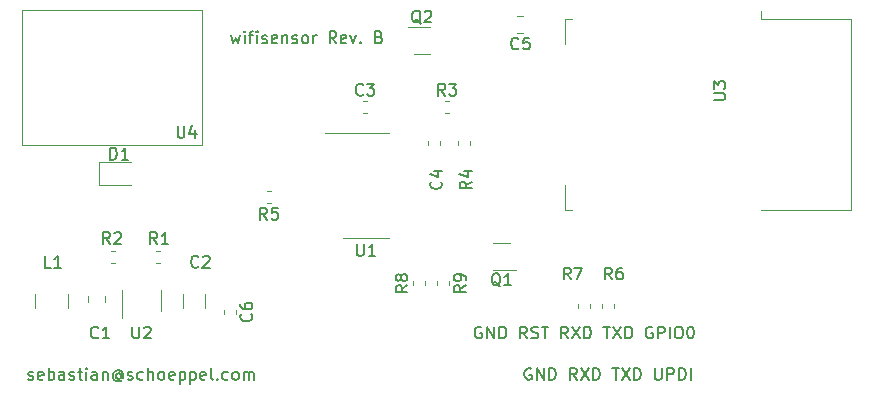
<source format=gto>
G04 #@! TF.GenerationSoftware,KiCad,Pcbnew,5.1.2*
G04 #@! TF.CreationDate,2019-08-07T15:52:47+02:00*
G04 #@! TF.ProjectId,wifisensor-dual-cpu,77696669-7365-46e7-936f-722d6475616c,rev?*
G04 #@! TF.SameCoordinates,Original*
G04 #@! TF.FileFunction,Legend,Top*
G04 #@! TF.FilePolarity,Positive*
%FSLAX46Y46*%
G04 Gerber Fmt 4.6, Leading zero omitted, Abs format (unit mm)*
G04 Created by KiCad (PCBNEW 5.1.2) date 2019-08-07 15:52:47*
%MOMM*%
%LPD*%
G04 APERTURE LIST*
%ADD10C,0.150000*%
%ADD11C,0.120000*%
G04 APERTURE END LIST*
D10*
X108785714Y-58000000D02*
X108690476Y-57952380D01*
X108547619Y-57952380D01*
X108404761Y-58000000D01*
X108309523Y-58095238D01*
X108261904Y-58190476D01*
X108214285Y-58380952D01*
X108214285Y-58523809D01*
X108261904Y-58714285D01*
X108309523Y-58809523D01*
X108404761Y-58904761D01*
X108547619Y-58952380D01*
X108642857Y-58952380D01*
X108785714Y-58904761D01*
X108833333Y-58857142D01*
X108833333Y-58523809D01*
X108642857Y-58523809D01*
X109261904Y-58952380D02*
X109261904Y-57952380D01*
X109833333Y-58952380D01*
X109833333Y-57952380D01*
X110309523Y-58952380D02*
X110309523Y-57952380D01*
X110547619Y-57952380D01*
X110690476Y-58000000D01*
X110785714Y-58095238D01*
X110833333Y-58190476D01*
X110880952Y-58380952D01*
X110880952Y-58523809D01*
X110833333Y-58714285D01*
X110785714Y-58809523D01*
X110690476Y-58904761D01*
X110547619Y-58952380D01*
X110309523Y-58952380D01*
X112642857Y-58952380D02*
X112309523Y-58476190D01*
X112071428Y-58952380D02*
X112071428Y-57952380D01*
X112452380Y-57952380D01*
X112547619Y-58000000D01*
X112595238Y-58047619D01*
X112642857Y-58142857D01*
X112642857Y-58285714D01*
X112595238Y-58380952D01*
X112547619Y-58428571D01*
X112452380Y-58476190D01*
X112071428Y-58476190D01*
X113023809Y-58904761D02*
X113166666Y-58952380D01*
X113404761Y-58952380D01*
X113500000Y-58904761D01*
X113547619Y-58857142D01*
X113595238Y-58761904D01*
X113595238Y-58666666D01*
X113547619Y-58571428D01*
X113500000Y-58523809D01*
X113404761Y-58476190D01*
X113214285Y-58428571D01*
X113119047Y-58380952D01*
X113071428Y-58333333D01*
X113023809Y-58238095D01*
X113023809Y-58142857D01*
X113071428Y-58047619D01*
X113119047Y-58000000D01*
X113214285Y-57952380D01*
X113452380Y-57952380D01*
X113595238Y-58000000D01*
X113880952Y-57952380D02*
X114452380Y-57952380D01*
X114166666Y-58952380D02*
X114166666Y-57952380D01*
X116119047Y-58952380D02*
X115785714Y-58476190D01*
X115547619Y-58952380D02*
X115547619Y-57952380D01*
X115928571Y-57952380D01*
X116023809Y-58000000D01*
X116071428Y-58047619D01*
X116119047Y-58142857D01*
X116119047Y-58285714D01*
X116071428Y-58380952D01*
X116023809Y-58428571D01*
X115928571Y-58476190D01*
X115547619Y-58476190D01*
X116452380Y-57952380D02*
X117119047Y-58952380D01*
X117119047Y-57952380D02*
X116452380Y-58952380D01*
X117500000Y-58952380D02*
X117500000Y-57952380D01*
X117738095Y-57952380D01*
X117880952Y-58000000D01*
X117976190Y-58095238D01*
X118023809Y-58190476D01*
X118071428Y-58380952D01*
X118071428Y-58523809D01*
X118023809Y-58714285D01*
X117976190Y-58809523D01*
X117880952Y-58904761D01*
X117738095Y-58952380D01*
X117500000Y-58952380D01*
X119119047Y-57952380D02*
X119690476Y-57952380D01*
X119404761Y-58952380D02*
X119404761Y-57952380D01*
X119928571Y-57952380D02*
X120595238Y-58952380D01*
X120595238Y-57952380D02*
X119928571Y-58952380D01*
X120976190Y-58952380D02*
X120976190Y-57952380D01*
X121214285Y-57952380D01*
X121357142Y-58000000D01*
X121452380Y-58095238D01*
X121500000Y-58190476D01*
X121547619Y-58380952D01*
X121547619Y-58523809D01*
X121500000Y-58714285D01*
X121452380Y-58809523D01*
X121357142Y-58904761D01*
X121214285Y-58952380D01*
X120976190Y-58952380D01*
X123261904Y-58000000D02*
X123166666Y-57952380D01*
X123023809Y-57952380D01*
X122880952Y-58000000D01*
X122785714Y-58095238D01*
X122738095Y-58190476D01*
X122690476Y-58380952D01*
X122690476Y-58523809D01*
X122738095Y-58714285D01*
X122785714Y-58809523D01*
X122880952Y-58904761D01*
X123023809Y-58952380D01*
X123119047Y-58952380D01*
X123261904Y-58904761D01*
X123309523Y-58857142D01*
X123309523Y-58523809D01*
X123119047Y-58523809D01*
X123738095Y-58952380D02*
X123738095Y-57952380D01*
X124119047Y-57952380D01*
X124214285Y-58000000D01*
X124261904Y-58047619D01*
X124309523Y-58142857D01*
X124309523Y-58285714D01*
X124261904Y-58380952D01*
X124214285Y-58428571D01*
X124119047Y-58476190D01*
X123738095Y-58476190D01*
X124738095Y-58952380D02*
X124738095Y-57952380D01*
X125404761Y-57952380D02*
X125595238Y-57952380D01*
X125690476Y-58000000D01*
X125785714Y-58095238D01*
X125833333Y-58285714D01*
X125833333Y-58619047D01*
X125785714Y-58809523D01*
X125690476Y-58904761D01*
X125595238Y-58952380D01*
X125404761Y-58952380D01*
X125309523Y-58904761D01*
X125214285Y-58809523D01*
X125166666Y-58619047D01*
X125166666Y-58285714D01*
X125214285Y-58095238D01*
X125309523Y-58000000D01*
X125404761Y-57952380D01*
X126452380Y-57952380D02*
X126547619Y-57952380D01*
X126642857Y-58000000D01*
X126690476Y-58047619D01*
X126738095Y-58142857D01*
X126785714Y-58333333D01*
X126785714Y-58571428D01*
X126738095Y-58761904D01*
X126690476Y-58857142D01*
X126642857Y-58904761D01*
X126547619Y-58952380D01*
X126452380Y-58952380D01*
X126357142Y-58904761D01*
X126309523Y-58857142D01*
X126261904Y-58761904D01*
X126214285Y-58571428D01*
X126214285Y-58333333D01*
X126261904Y-58142857D01*
X126309523Y-58047619D01*
X126357142Y-58000000D01*
X126452380Y-57952380D01*
X113000000Y-61500000D02*
X112904761Y-61452380D01*
X112761904Y-61452380D01*
X112619047Y-61500000D01*
X112523809Y-61595238D01*
X112476190Y-61690476D01*
X112428571Y-61880952D01*
X112428571Y-62023809D01*
X112476190Y-62214285D01*
X112523809Y-62309523D01*
X112619047Y-62404761D01*
X112761904Y-62452380D01*
X112857142Y-62452380D01*
X113000000Y-62404761D01*
X113047619Y-62357142D01*
X113047619Y-62023809D01*
X112857142Y-62023809D01*
X113476190Y-62452380D02*
X113476190Y-61452380D01*
X114047619Y-62452380D01*
X114047619Y-61452380D01*
X114523809Y-62452380D02*
X114523809Y-61452380D01*
X114761904Y-61452380D01*
X114904761Y-61500000D01*
X115000000Y-61595238D01*
X115047619Y-61690476D01*
X115095238Y-61880952D01*
X115095238Y-62023809D01*
X115047619Y-62214285D01*
X115000000Y-62309523D01*
X114904761Y-62404761D01*
X114761904Y-62452380D01*
X114523809Y-62452380D01*
X116857142Y-62452380D02*
X116523809Y-61976190D01*
X116285714Y-62452380D02*
X116285714Y-61452380D01*
X116666666Y-61452380D01*
X116761904Y-61500000D01*
X116809523Y-61547619D01*
X116857142Y-61642857D01*
X116857142Y-61785714D01*
X116809523Y-61880952D01*
X116761904Y-61928571D01*
X116666666Y-61976190D01*
X116285714Y-61976190D01*
X117190476Y-61452380D02*
X117857142Y-62452380D01*
X117857142Y-61452380D02*
X117190476Y-62452380D01*
X118238095Y-62452380D02*
X118238095Y-61452380D01*
X118476190Y-61452380D01*
X118619047Y-61500000D01*
X118714285Y-61595238D01*
X118761904Y-61690476D01*
X118809523Y-61880952D01*
X118809523Y-62023809D01*
X118761904Y-62214285D01*
X118714285Y-62309523D01*
X118619047Y-62404761D01*
X118476190Y-62452380D01*
X118238095Y-62452380D01*
X119857142Y-61452380D02*
X120428571Y-61452380D01*
X120142857Y-62452380D02*
X120142857Y-61452380D01*
X120666666Y-61452380D02*
X121333333Y-62452380D01*
X121333333Y-61452380D02*
X120666666Y-62452380D01*
X121714285Y-62452380D02*
X121714285Y-61452380D01*
X121952380Y-61452380D01*
X122095238Y-61500000D01*
X122190476Y-61595238D01*
X122238095Y-61690476D01*
X122285714Y-61880952D01*
X122285714Y-62023809D01*
X122238095Y-62214285D01*
X122190476Y-62309523D01*
X122095238Y-62404761D01*
X121952380Y-62452380D01*
X121714285Y-62452380D01*
X123476190Y-61452380D02*
X123476190Y-62261904D01*
X123523809Y-62357142D01*
X123571428Y-62404761D01*
X123666666Y-62452380D01*
X123857142Y-62452380D01*
X123952380Y-62404761D01*
X124000000Y-62357142D01*
X124047619Y-62261904D01*
X124047619Y-61452380D01*
X124523809Y-62452380D02*
X124523809Y-61452380D01*
X124904761Y-61452380D01*
X125000000Y-61500000D01*
X125047619Y-61547619D01*
X125095238Y-61642857D01*
X125095238Y-61785714D01*
X125047619Y-61880952D01*
X125000000Y-61928571D01*
X124904761Y-61976190D01*
X124523809Y-61976190D01*
X125523809Y-62452380D02*
X125523809Y-61452380D01*
X125761904Y-61452380D01*
X125904761Y-61500000D01*
X126000000Y-61595238D01*
X126047619Y-61690476D01*
X126095238Y-61880952D01*
X126095238Y-62023809D01*
X126047619Y-62214285D01*
X126000000Y-62309523D01*
X125904761Y-62404761D01*
X125761904Y-62452380D01*
X125523809Y-62452380D01*
X126523809Y-62452380D02*
X126523809Y-61452380D01*
X70428571Y-62404761D02*
X70523809Y-62452380D01*
X70714285Y-62452380D01*
X70809523Y-62404761D01*
X70857142Y-62309523D01*
X70857142Y-62261904D01*
X70809523Y-62166666D01*
X70714285Y-62119047D01*
X70571428Y-62119047D01*
X70476190Y-62071428D01*
X70428571Y-61976190D01*
X70428571Y-61928571D01*
X70476190Y-61833333D01*
X70571428Y-61785714D01*
X70714285Y-61785714D01*
X70809523Y-61833333D01*
X71666666Y-62404761D02*
X71571428Y-62452380D01*
X71380952Y-62452380D01*
X71285714Y-62404761D01*
X71238095Y-62309523D01*
X71238095Y-61928571D01*
X71285714Y-61833333D01*
X71380952Y-61785714D01*
X71571428Y-61785714D01*
X71666666Y-61833333D01*
X71714285Y-61928571D01*
X71714285Y-62023809D01*
X71238095Y-62119047D01*
X72142857Y-62452380D02*
X72142857Y-61452380D01*
X72142857Y-61833333D02*
X72238095Y-61785714D01*
X72428571Y-61785714D01*
X72523809Y-61833333D01*
X72571428Y-61880952D01*
X72619047Y-61976190D01*
X72619047Y-62261904D01*
X72571428Y-62357142D01*
X72523809Y-62404761D01*
X72428571Y-62452380D01*
X72238095Y-62452380D01*
X72142857Y-62404761D01*
X73476190Y-62452380D02*
X73476190Y-61928571D01*
X73428571Y-61833333D01*
X73333333Y-61785714D01*
X73142857Y-61785714D01*
X73047619Y-61833333D01*
X73476190Y-62404761D02*
X73380952Y-62452380D01*
X73142857Y-62452380D01*
X73047619Y-62404761D01*
X73000000Y-62309523D01*
X73000000Y-62214285D01*
X73047619Y-62119047D01*
X73142857Y-62071428D01*
X73380952Y-62071428D01*
X73476190Y-62023809D01*
X73904761Y-62404761D02*
X74000000Y-62452380D01*
X74190476Y-62452380D01*
X74285714Y-62404761D01*
X74333333Y-62309523D01*
X74333333Y-62261904D01*
X74285714Y-62166666D01*
X74190476Y-62119047D01*
X74047619Y-62119047D01*
X73952380Y-62071428D01*
X73904761Y-61976190D01*
X73904761Y-61928571D01*
X73952380Y-61833333D01*
X74047619Y-61785714D01*
X74190476Y-61785714D01*
X74285714Y-61833333D01*
X74619047Y-61785714D02*
X75000000Y-61785714D01*
X74761904Y-61452380D02*
X74761904Y-62309523D01*
X74809523Y-62404761D01*
X74904761Y-62452380D01*
X75000000Y-62452380D01*
X75333333Y-62452380D02*
X75333333Y-61785714D01*
X75333333Y-61452380D02*
X75285714Y-61500000D01*
X75333333Y-61547619D01*
X75380952Y-61500000D01*
X75333333Y-61452380D01*
X75333333Y-61547619D01*
X76238095Y-62452380D02*
X76238095Y-61928571D01*
X76190476Y-61833333D01*
X76095238Y-61785714D01*
X75904761Y-61785714D01*
X75809523Y-61833333D01*
X76238095Y-62404761D02*
X76142857Y-62452380D01*
X75904761Y-62452380D01*
X75809523Y-62404761D01*
X75761904Y-62309523D01*
X75761904Y-62214285D01*
X75809523Y-62119047D01*
X75904761Y-62071428D01*
X76142857Y-62071428D01*
X76238095Y-62023809D01*
X76714285Y-61785714D02*
X76714285Y-62452380D01*
X76714285Y-61880952D02*
X76761904Y-61833333D01*
X76857142Y-61785714D01*
X77000000Y-61785714D01*
X77095238Y-61833333D01*
X77142857Y-61928571D01*
X77142857Y-62452380D01*
X78238095Y-61976190D02*
X78190476Y-61928571D01*
X78095238Y-61880952D01*
X78000000Y-61880952D01*
X77904761Y-61928571D01*
X77857142Y-61976190D01*
X77809523Y-62071428D01*
X77809523Y-62166666D01*
X77857142Y-62261904D01*
X77904761Y-62309523D01*
X78000000Y-62357142D01*
X78095238Y-62357142D01*
X78190476Y-62309523D01*
X78238095Y-62261904D01*
X78238095Y-61880952D02*
X78238095Y-62261904D01*
X78285714Y-62309523D01*
X78333333Y-62309523D01*
X78428571Y-62261904D01*
X78476190Y-62166666D01*
X78476190Y-61928571D01*
X78380952Y-61785714D01*
X78238095Y-61690476D01*
X78047619Y-61642857D01*
X77857142Y-61690476D01*
X77714285Y-61785714D01*
X77619047Y-61928571D01*
X77571428Y-62119047D01*
X77619047Y-62309523D01*
X77714285Y-62452380D01*
X77857142Y-62547619D01*
X78047619Y-62595238D01*
X78238095Y-62547619D01*
X78380952Y-62452380D01*
X78857142Y-62404761D02*
X78952380Y-62452380D01*
X79142857Y-62452380D01*
X79238095Y-62404761D01*
X79285714Y-62309523D01*
X79285714Y-62261904D01*
X79238095Y-62166666D01*
X79142857Y-62119047D01*
X79000000Y-62119047D01*
X78904761Y-62071428D01*
X78857142Y-61976190D01*
X78857142Y-61928571D01*
X78904761Y-61833333D01*
X79000000Y-61785714D01*
X79142857Y-61785714D01*
X79238095Y-61833333D01*
X80142857Y-62404761D02*
X80047619Y-62452380D01*
X79857142Y-62452380D01*
X79761904Y-62404761D01*
X79714285Y-62357142D01*
X79666666Y-62261904D01*
X79666666Y-61976190D01*
X79714285Y-61880952D01*
X79761904Y-61833333D01*
X79857142Y-61785714D01*
X80047619Y-61785714D01*
X80142857Y-61833333D01*
X80571428Y-62452380D02*
X80571428Y-61452380D01*
X81000000Y-62452380D02*
X81000000Y-61928571D01*
X80952380Y-61833333D01*
X80857142Y-61785714D01*
X80714285Y-61785714D01*
X80619047Y-61833333D01*
X80571428Y-61880952D01*
X81619047Y-62452380D02*
X81523809Y-62404761D01*
X81476190Y-62357142D01*
X81428571Y-62261904D01*
X81428571Y-61976190D01*
X81476190Y-61880952D01*
X81523809Y-61833333D01*
X81619047Y-61785714D01*
X81761904Y-61785714D01*
X81857142Y-61833333D01*
X81904761Y-61880952D01*
X81952380Y-61976190D01*
X81952380Y-62261904D01*
X81904761Y-62357142D01*
X81857142Y-62404761D01*
X81761904Y-62452380D01*
X81619047Y-62452380D01*
X82761904Y-62404761D02*
X82666666Y-62452380D01*
X82476190Y-62452380D01*
X82380952Y-62404761D01*
X82333333Y-62309523D01*
X82333333Y-61928571D01*
X82380952Y-61833333D01*
X82476190Y-61785714D01*
X82666666Y-61785714D01*
X82761904Y-61833333D01*
X82809523Y-61928571D01*
X82809523Y-62023809D01*
X82333333Y-62119047D01*
X83238095Y-61785714D02*
X83238095Y-62785714D01*
X83238095Y-61833333D02*
X83333333Y-61785714D01*
X83523809Y-61785714D01*
X83619047Y-61833333D01*
X83666666Y-61880952D01*
X83714285Y-61976190D01*
X83714285Y-62261904D01*
X83666666Y-62357142D01*
X83619047Y-62404761D01*
X83523809Y-62452380D01*
X83333333Y-62452380D01*
X83238095Y-62404761D01*
X84142857Y-61785714D02*
X84142857Y-62785714D01*
X84142857Y-61833333D02*
X84238095Y-61785714D01*
X84428571Y-61785714D01*
X84523809Y-61833333D01*
X84571428Y-61880952D01*
X84619047Y-61976190D01*
X84619047Y-62261904D01*
X84571428Y-62357142D01*
X84523809Y-62404761D01*
X84428571Y-62452380D01*
X84238095Y-62452380D01*
X84142857Y-62404761D01*
X85428571Y-62404761D02*
X85333333Y-62452380D01*
X85142857Y-62452380D01*
X85047619Y-62404761D01*
X85000000Y-62309523D01*
X85000000Y-61928571D01*
X85047619Y-61833333D01*
X85142857Y-61785714D01*
X85333333Y-61785714D01*
X85428571Y-61833333D01*
X85476190Y-61928571D01*
X85476190Y-62023809D01*
X85000000Y-62119047D01*
X86047619Y-62452380D02*
X85952380Y-62404761D01*
X85904761Y-62309523D01*
X85904761Y-61452380D01*
X86428571Y-62357142D02*
X86476190Y-62404761D01*
X86428571Y-62452380D01*
X86380952Y-62404761D01*
X86428571Y-62357142D01*
X86428571Y-62452380D01*
X87333333Y-62404761D02*
X87238095Y-62452380D01*
X87047619Y-62452380D01*
X86952380Y-62404761D01*
X86904761Y-62357142D01*
X86857142Y-62261904D01*
X86857142Y-61976190D01*
X86904761Y-61880952D01*
X86952380Y-61833333D01*
X87047619Y-61785714D01*
X87238095Y-61785714D01*
X87333333Y-61833333D01*
X87904761Y-62452380D02*
X87809523Y-62404761D01*
X87761904Y-62357142D01*
X87714285Y-62261904D01*
X87714285Y-61976190D01*
X87761904Y-61880952D01*
X87809523Y-61833333D01*
X87904761Y-61785714D01*
X88047619Y-61785714D01*
X88142857Y-61833333D01*
X88190476Y-61880952D01*
X88238095Y-61976190D01*
X88238095Y-62261904D01*
X88190476Y-62357142D01*
X88142857Y-62404761D01*
X88047619Y-62452380D01*
X87904761Y-62452380D01*
X88666666Y-62452380D02*
X88666666Y-61785714D01*
X88666666Y-61880952D02*
X88714285Y-61833333D01*
X88809523Y-61785714D01*
X88952380Y-61785714D01*
X89047619Y-61833333D01*
X89095238Y-61928571D01*
X89095238Y-62452380D01*
X89095238Y-61928571D02*
X89142857Y-61833333D01*
X89238095Y-61785714D01*
X89380952Y-61785714D01*
X89476190Y-61833333D01*
X89523809Y-61928571D01*
X89523809Y-62452380D01*
X87595238Y-33285714D02*
X87785714Y-33952380D01*
X87976190Y-33476190D01*
X88166666Y-33952380D01*
X88357142Y-33285714D01*
X88738095Y-33952380D02*
X88738095Y-33285714D01*
X88738095Y-32952380D02*
X88690476Y-33000000D01*
X88738095Y-33047619D01*
X88785714Y-33000000D01*
X88738095Y-32952380D01*
X88738095Y-33047619D01*
X89071428Y-33285714D02*
X89452380Y-33285714D01*
X89214285Y-33952380D02*
X89214285Y-33095238D01*
X89261904Y-33000000D01*
X89357142Y-32952380D01*
X89452380Y-32952380D01*
X89785714Y-33952380D02*
X89785714Y-33285714D01*
X89785714Y-32952380D02*
X89738095Y-33000000D01*
X89785714Y-33047619D01*
X89833333Y-33000000D01*
X89785714Y-32952380D01*
X89785714Y-33047619D01*
X90214285Y-33904761D02*
X90309523Y-33952380D01*
X90500000Y-33952380D01*
X90595238Y-33904761D01*
X90642857Y-33809523D01*
X90642857Y-33761904D01*
X90595238Y-33666666D01*
X90500000Y-33619047D01*
X90357142Y-33619047D01*
X90261904Y-33571428D01*
X90214285Y-33476190D01*
X90214285Y-33428571D01*
X90261904Y-33333333D01*
X90357142Y-33285714D01*
X90500000Y-33285714D01*
X90595238Y-33333333D01*
X91452380Y-33904761D02*
X91357142Y-33952380D01*
X91166666Y-33952380D01*
X91071428Y-33904761D01*
X91023809Y-33809523D01*
X91023809Y-33428571D01*
X91071428Y-33333333D01*
X91166666Y-33285714D01*
X91357142Y-33285714D01*
X91452380Y-33333333D01*
X91500000Y-33428571D01*
X91500000Y-33523809D01*
X91023809Y-33619047D01*
X91928571Y-33285714D02*
X91928571Y-33952380D01*
X91928571Y-33380952D02*
X91976190Y-33333333D01*
X92071428Y-33285714D01*
X92214285Y-33285714D01*
X92309523Y-33333333D01*
X92357142Y-33428571D01*
X92357142Y-33952380D01*
X92785714Y-33904761D02*
X92880952Y-33952380D01*
X93071428Y-33952380D01*
X93166666Y-33904761D01*
X93214285Y-33809523D01*
X93214285Y-33761904D01*
X93166666Y-33666666D01*
X93071428Y-33619047D01*
X92928571Y-33619047D01*
X92833333Y-33571428D01*
X92785714Y-33476190D01*
X92785714Y-33428571D01*
X92833333Y-33333333D01*
X92928571Y-33285714D01*
X93071428Y-33285714D01*
X93166666Y-33333333D01*
X93785714Y-33952380D02*
X93690476Y-33904761D01*
X93642857Y-33857142D01*
X93595238Y-33761904D01*
X93595238Y-33476190D01*
X93642857Y-33380952D01*
X93690476Y-33333333D01*
X93785714Y-33285714D01*
X93928571Y-33285714D01*
X94023809Y-33333333D01*
X94071428Y-33380952D01*
X94119047Y-33476190D01*
X94119047Y-33761904D01*
X94071428Y-33857142D01*
X94023809Y-33904761D01*
X93928571Y-33952380D01*
X93785714Y-33952380D01*
X94547619Y-33952380D02*
X94547619Y-33285714D01*
X94547619Y-33476190D02*
X94595238Y-33380952D01*
X94642857Y-33333333D01*
X94738095Y-33285714D01*
X94833333Y-33285714D01*
X96500000Y-33952380D02*
X96166666Y-33476190D01*
X95928571Y-33952380D02*
X95928571Y-32952380D01*
X96309523Y-32952380D01*
X96404761Y-33000000D01*
X96452380Y-33047619D01*
X96500000Y-33142857D01*
X96500000Y-33285714D01*
X96452380Y-33380952D01*
X96404761Y-33428571D01*
X96309523Y-33476190D01*
X95928571Y-33476190D01*
X97309523Y-33904761D02*
X97214285Y-33952380D01*
X97023809Y-33952380D01*
X96928571Y-33904761D01*
X96880952Y-33809523D01*
X96880952Y-33428571D01*
X96928571Y-33333333D01*
X97023809Y-33285714D01*
X97214285Y-33285714D01*
X97309523Y-33333333D01*
X97357142Y-33428571D01*
X97357142Y-33523809D01*
X96880952Y-33619047D01*
X97690476Y-33285714D02*
X97928571Y-33952380D01*
X98166666Y-33285714D01*
X98547619Y-33857142D02*
X98595238Y-33904761D01*
X98547619Y-33952380D01*
X98500000Y-33904761D01*
X98547619Y-33857142D01*
X98547619Y-33952380D01*
X100119047Y-33428571D02*
X100261904Y-33476190D01*
X100309523Y-33523809D01*
X100357142Y-33619047D01*
X100357142Y-33761904D01*
X100309523Y-33857142D01*
X100261904Y-33904761D01*
X100166666Y-33952380D01*
X99785714Y-33952380D01*
X99785714Y-32952380D01*
X100119047Y-32952380D01*
X100214285Y-33000000D01*
X100261904Y-33047619D01*
X100309523Y-33142857D01*
X100309523Y-33238095D01*
X100261904Y-33333333D01*
X100214285Y-33380952D01*
X100119047Y-33428571D01*
X99785714Y-33428571D01*
D11*
X85090000Y-32385000D02*
X85090000Y-42545000D01*
X85090000Y-42545000D02*
X69850000Y-42545000D01*
X69850000Y-42545000D02*
X69850000Y-31115000D01*
X69850000Y-31115000D02*
X85090000Y-31115000D01*
X85090000Y-31115000D02*
X85090000Y-32385000D01*
X85365000Y-55147936D02*
X85365000Y-56352064D01*
X83545000Y-55147936D02*
X83545000Y-56352064D01*
X73750000Y-55147936D02*
X73750000Y-56352064D01*
X71030000Y-55147936D02*
X71030000Y-56352064D01*
X140120000Y-31880000D02*
X140120000Y-48120000D01*
X140120000Y-48120000D02*
X132500000Y-48120000D01*
X116500000Y-48120000D02*
X115880000Y-48120000D01*
X115880000Y-48120000D02*
X115880000Y-46000000D01*
X115880000Y-34000000D02*
X115880000Y-31880000D01*
X115880000Y-31880000D02*
X116500000Y-31880000D01*
X132500000Y-31880000D02*
X140120000Y-31880000D01*
X132500000Y-31880000D02*
X132500000Y-31270000D01*
X107825000Y-42555279D02*
X107825000Y-42229721D01*
X106805000Y-42555279D02*
X106805000Y-42229721D01*
X90967779Y-47510000D02*
X90642221Y-47510000D01*
X90967779Y-46490000D02*
X90642221Y-46490000D01*
X112351078Y-33095000D02*
X111833922Y-33095000D01*
X112351078Y-31675000D02*
X111833922Y-31675000D01*
X118990000Y-56375279D02*
X118990000Y-56049721D01*
X120010000Y-56375279D02*
X120010000Y-56049721D01*
X79105000Y-44040000D02*
X76420000Y-44040000D01*
X76420000Y-44040000D02*
X76420000Y-45960000D01*
X76420000Y-45960000D02*
X79105000Y-45960000D01*
X76910000Y-55318922D02*
X76910000Y-55836078D01*
X75490000Y-55318922D02*
X75490000Y-55836078D01*
X81620000Y-56610000D02*
X81620000Y-54810000D01*
X78400000Y-54810000D02*
X78400000Y-57260000D01*
X77785279Y-51560000D02*
X77459721Y-51560000D01*
X77785279Y-52580000D02*
X77459721Y-52580000D01*
X99000000Y-50435000D02*
X100950000Y-50435000D01*
X99000000Y-50435000D02*
X97050000Y-50435000D01*
X99000000Y-41565000D02*
X100950000Y-41565000D01*
X99000000Y-41565000D02*
X95550000Y-41565000D01*
X81595279Y-52580000D02*
X81269721Y-52580000D01*
X81595279Y-51560000D02*
X81269721Y-51560000D01*
X118010000Y-56375279D02*
X118010000Y-56049721D01*
X116990000Y-56375279D02*
X116990000Y-56049721D01*
X105729721Y-38860000D02*
X106055279Y-38860000D01*
X105729721Y-39880000D02*
X106055279Y-39880000D01*
X98774721Y-39880000D02*
X99100279Y-39880000D01*
X98774721Y-38860000D02*
X99100279Y-38860000D01*
X104265000Y-42555279D02*
X104265000Y-42229721D01*
X105285000Y-42555279D02*
X105285000Y-42229721D01*
X88010000Y-56549721D02*
X88010000Y-56875279D01*
X86990000Y-56549721D02*
X86990000Y-56875279D01*
X111200000Y-50840000D02*
X109800000Y-50840000D01*
X109800000Y-53160000D02*
X111700000Y-53160000D01*
X104450000Y-32590000D02*
X102550000Y-32590000D01*
X103050000Y-34910000D02*
X104450000Y-34910000D01*
X102990000Y-54450279D02*
X102990000Y-54124721D01*
X104010000Y-54450279D02*
X104010000Y-54124721D01*
X106010000Y-54450279D02*
X106010000Y-54124721D01*
X104990000Y-54450279D02*
X104990000Y-54124721D01*
D10*
X83058095Y-40952380D02*
X83058095Y-41761904D01*
X83105714Y-41857142D01*
X83153333Y-41904761D01*
X83248571Y-41952380D01*
X83439047Y-41952380D01*
X83534285Y-41904761D01*
X83581904Y-41857142D01*
X83629523Y-41761904D01*
X83629523Y-40952380D01*
X84534285Y-41285714D02*
X84534285Y-41952380D01*
X84296190Y-40904761D02*
X84058095Y-41619047D01*
X84677142Y-41619047D01*
X84833333Y-52857142D02*
X84785714Y-52904761D01*
X84642857Y-52952380D01*
X84547619Y-52952380D01*
X84404761Y-52904761D01*
X84309523Y-52809523D01*
X84261904Y-52714285D01*
X84214285Y-52523809D01*
X84214285Y-52380952D01*
X84261904Y-52190476D01*
X84309523Y-52095238D01*
X84404761Y-52000000D01*
X84547619Y-51952380D01*
X84642857Y-51952380D01*
X84785714Y-52000000D01*
X84833333Y-52047619D01*
X85214285Y-52047619D02*
X85261904Y-52000000D01*
X85357142Y-51952380D01*
X85595238Y-51952380D01*
X85690476Y-52000000D01*
X85738095Y-52047619D01*
X85785714Y-52142857D01*
X85785714Y-52238095D01*
X85738095Y-52380952D01*
X85166666Y-52952380D01*
X85785714Y-52952380D01*
X72333333Y-52952380D02*
X71857142Y-52952380D01*
X71857142Y-51952380D01*
X73190476Y-52952380D02*
X72619047Y-52952380D01*
X72904761Y-52952380D02*
X72904761Y-51952380D01*
X72809523Y-52095238D01*
X72714285Y-52190476D01*
X72619047Y-52238095D01*
X128452380Y-38761904D02*
X129261904Y-38761904D01*
X129357142Y-38714285D01*
X129404761Y-38666666D01*
X129452380Y-38571428D01*
X129452380Y-38380952D01*
X129404761Y-38285714D01*
X129357142Y-38238095D01*
X129261904Y-38190476D01*
X128452380Y-38190476D01*
X128452380Y-37809523D02*
X128452380Y-37190476D01*
X128833333Y-37523809D01*
X128833333Y-37380952D01*
X128880952Y-37285714D01*
X128928571Y-37238095D01*
X129023809Y-37190476D01*
X129261904Y-37190476D01*
X129357142Y-37238095D01*
X129404761Y-37285714D01*
X129452380Y-37380952D01*
X129452380Y-37666666D01*
X129404761Y-37761904D01*
X129357142Y-37809523D01*
X107952380Y-45666666D02*
X107476190Y-46000000D01*
X107952380Y-46238095D02*
X106952380Y-46238095D01*
X106952380Y-45857142D01*
X107000000Y-45761904D01*
X107047619Y-45714285D01*
X107142857Y-45666666D01*
X107285714Y-45666666D01*
X107380952Y-45714285D01*
X107428571Y-45761904D01*
X107476190Y-45857142D01*
X107476190Y-46238095D01*
X107285714Y-44809523D02*
X107952380Y-44809523D01*
X106904761Y-45047619D02*
X107619047Y-45285714D01*
X107619047Y-44666666D01*
X90638333Y-48882380D02*
X90305000Y-48406190D01*
X90066904Y-48882380D02*
X90066904Y-47882380D01*
X90447857Y-47882380D01*
X90543095Y-47930000D01*
X90590714Y-47977619D01*
X90638333Y-48072857D01*
X90638333Y-48215714D01*
X90590714Y-48310952D01*
X90543095Y-48358571D01*
X90447857Y-48406190D01*
X90066904Y-48406190D01*
X91543095Y-47882380D02*
X91066904Y-47882380D01*
X91019285Y-48358571D01*
X91066904Y-48310952D01*
X91162142Y-48263333D01*
X91400238Y-48263333D01*
X91495476Y-48310952D01*
X91543095Y-48358571D01*
X91590714Y-48453809D01*
X91590714Y-48691904D01*
X91543095Y-48787142D01*
X91495476Y-48834761D01*
X91400238Y-48882380D01*
X91162142Y-48882380D01*
X91066904Y-48834761D01*
X91019285Y-48787142D01*
X111925833Y-34392142D02*
X111878214Y-34439761D01*
X111735357Y-34487380D01*
X111640119Y-34487380D01*
X111497261Y-34439761D01*
X111402023Y-34344523D01*
X111354404Y-34249285D01*
X111306785Y-34058809D01*
X111306785Y-33915952D01*
X111354404Y-33725476D01*
X111402023Y-33630238D01*
X111497261Y-33535000D01*
X111640119Y-33487380D01*
X111735357Y-33487380D01*
X111878214Y-33535000D01*
X111925833Y-33582619D01*
X112830595Y-33487380D02*
X112354404Y-33487380D01*
X112306785Y-33963571D01*
X112354404Y-33915952D01*
X112449642Y-33868333D01*
X112687738Y-33868333D01*
X112782976Y-33915952D01*
X112830595Y-33963571D01*
X112878214Y-34058809D01*
X112878214Y-34296904D01*
X112830595Y-34392142D01*
X112782976Y-34439761D01*
X112687738Y-34487380D01*
X112449642Y-34487380D01*
X112354404Y-34439761D01*
X112306785Y-34392142D01*
X119833333Y-53952380D02*
X119500000Y-53476190D01*
X119261904Y-53952380D02*
X119261904Y-52952380D01*
X119642857Y-52952380D01*
X119738095Y-53000000D01*
X119785714Y-53047619D01*
X119833333Y-53142857D01*
X119833333Y-53285714D01*
X119785714Y-53380952D01*
X119738095Y-53428571D01*
X119642857Y-53476190D01*
X119261904Y-53476190D01*
X120690476Y-52952380D02*
X120500000Y-52952380D01*
X120404761Y-53000000D01*
X120357142Y-53047619D01*
X120261904Y-53190476D01*
X120214285Y-53380952D01*
X120214285Y-53761904D01*
X120261904Y-53857142D01*
X120309523Y-53904761D01*
X120404761Y-53952380D01*
X120595238Y-53952380D01*
X120690476Y-53904761D01*
X120738095Y-53857142D01*
X120785714Y-53761904D01*
X120785714Y-53523809D01*
X120738095Y-53428571D01*
X120690476Y-53380952D01*
X120595238Y-53333333D01*
X120404761Y-53333333D01*
X120309523Y-53380952D01*
X120261904Y-53428571D01*
X120214285Y-53523809D01*
X77366904Y-43802380D02*
X77366904Y-42802380D01*
X77605000Y-42802380D01*
X77747857Y-42850000D01*
X77843095Y-42945238D01*
X77890714Y-43040476D01*
X77938333Y-43230952D01*
X77938333Y-43373809D01*
X77890714Y-43564285D01*
X77843095Y-43659523D01*
X77747857Y-43754761D01*
X77605000Y-43802380D01*
X77366904Y-43802380D01*
X78890714Y-43802380D02*
X78319285Y-43802380D01*
X78605000Y-43802380D02*
X78605000Y-42802380D01*
X78509761Y-42945238D01*
X78414523Y-43040476D01*
X78319285Y-43088095D01*
X76333333Y-58857142D02*
X76285714Y-58904761D01*
X76142857Y-58952380D01*
X76047619Y-58952380D01*
X75904761Y-58904761D01*
X75809523Y-58809523D01*
X75761904Y-58714285D01*
X75714285Y-58523809D01*
X75714285Y-58380952D01*
X75761904Y-58190476D01*
X75809523Y-58095238D01*
X75904761Y-58000000D01*
X76047619Y-57952380D01*
X76142857Y-57952380D01*
X76285714Y-58000000D01*
X76333333Y-58047619D01*
X77285714Y-58952380D02*
X76714285Y-58952380D01*
X77000000Y-58952380D02*
X77000000Y-57952380D01*
X76904761Y-58095238D01*
X76809523Y-58190476D01*
X76714285Y-58238095D01*
X79238095Y-57952380D02*
X79238095Y-58761904D01*
X79285714Y-58857142D01*
X79333333Y-58904761D01*
X79428571Y-58952380D01*
X79619047Y-58952380D01*
X79714285Y-58904761D01*
X79761904Y-58857142D01*
X79809523Y-58761904D01*
X79809523Y-57952380D01*
X80238095Y-58047619D02*
X80285714Y-58000000D01*
X80380952Y-57952380D01*
X80619047Y-57952380D01*
X80714285Y-58000000D01*
X80761904Y-58047619D01*
X80809523Y-58142857D01*
X80809523Y-58238095D01*
X80761904Y-58380952D01*
X80190476Y-58952380D01*
X80809523Y-58952380D01*
X77333333Y-50952380D02*
X77000000Y-50476190D01*
X76761904Y-50952380D02*
X76761904Y-49952380D01*
X77142857Y-49952380D01*
X77238095Y-50000000D01*
X77285714Y-50047619D01*
X77333333Y-50142857D01*
X77333333Y-50285714D01*
X77285714Y-50380952D01*
X77238095Y-50428571D01*
X77142857Y-50476190D01*
X76761904Y-50476190D01*
X77714285Y-50047619D02*
X77761904Y-50000000D01*
X77857142Y-49952380D01*
X78095238Y-49952380D01*
X78190476Y-50000000D01*
X78238095Y-50047619D01*
X78285714Y-50142857D01*
X78285714Y-50238095D01*
X78238095Y-50380952D01*
X77666666Y-50952380D01*
X78285714Y-50952380D01*
X98238095Y-50952380D02*
X98238095Y-51761904D01*
X98285714Y-51857142D01*
X98333333Y-51904761D01*
X98428571Y-51952380D01*
X98619047Y-51952380D01*
X98714285Y-51904761D01*
X98761904Y-51857142D01*
X98809523Y-51761904D01*
X98809523Y-50952380D01*
X99809523Y-51952380D02*
X99238095Y-51952380D01*
X99523809Y-51952380D02*
X99523809Y-50952380D01*
X99428571Y-51095238D01*
X99333333Y-51190476D01*
X99238095Y-51238095D01*
X81333333Y-50952380D02*
X81000000Y-50476190D01*
X80761904Y-50952380D02*
X80761904Y-49952380D01*
X81142857Y-49952380D01*
X81238095Y-50000000D01*
X81285714Y-50047619D01*
X81333333Y-50142857D01*
X81333333Y-50285714D01*
X81285714Y-50380952D01*
X81238095Y-50428571D01*
X81142857Y-50476190D01*
X80761904Y-50476190D01*
X82285714Y-50952380D02*
X81714285Y-50952380D01*
X82000000Y-50952380D02*
X82000000Y-49952380D01*
X81904761Y-50095238D01*
X81809523Y-50190476D01*
X81714285Y-50238095D01*
X116333333Y-53952380D02*
X116000000Y-53476190D01*
X115761904Y-53952380D02*
X115761904Y-52952380D01*
X116142857Y-52952380D01*
X116238095Y-53000000D01*
X116285714Y-53047619D01*
X116333333Y-53142857D01*
X116333333Y-53285714D01*
X116285714Y-53380952D01*
X116238095Y-53428571D01*
X116142857Y-53476190D01*
X115761904Y-53476190D01*
X116666666Y-52952380D02*
X117333333Y-52952380D01*
X116904761Y-53952380D01*
X105725833Y-38392380D02*
X105392500Y-37916190D01*
X105154404Y-38392380D02*
X105154404Y-37392380D01*
X105535357Y-37392380D01*
X105630595Y-37440000D01*
X105678214Y-37487619D01*
X105725833Y-37582857D01*
X105725833Y-37725714D01*
X105678214Y-37820952D01*
X105630595Y-37868571D01*
X105535357Y-37916190D01*
X105154404Y-37916190D01*
X106059166Y-37392380D02*
X106678214Y-37392380D01*
X106344880Y-37773333D01*
X106487738Y-37773333D01*
X106582976Y-37820952D01*
X106630595Y-37868571D01*
X106678214Y-37963809D01*
X106678214Y-38201904D01*
X106630595Y-38297142D01*
X106582976Y-38344761D01*
X106487738Y-38392380D01*
X106202023Y-38392380D01*
X106106785Y-38344761D01*
X106059166Y-38297142D01*
X98770833Y-38297142D02*
X98723214Y-38344761D01*
X98580357Y-38392380D01*
X98485119Y-38392380D01*
X98342261Y-38344761D01*
X98247023Y-38249523D01*
X98199404Y-38154285D01*
X98151785Y-37963809D01*
X98151785Y-37820952D01*
X98199404Y-37630476D01*
X98247023Y-37535238D01*
X98342261Y-37440000D01*
X98485119Y-37392380D01*
X98580357Y-37392380D01*
X98723214Y-37440000D01*
X98770833Y-37487619D01*
X99104166Y-37392380D02*
X99723214Y-37392380D01*
X99389880Y-37773333D01*
X99532738Y-37773333D01*
X99627976Y-37820952D01*
X99675595Y-37868571D01*
X99723214Y-37963809D01*
X99723214Y-38201904D01*
X99675595Y-38297142D01*
X99627976Y-38344761D01*
X99532738Y-38392380D01*
X99247023Y-38392380D01*
X99151785Y-38344761D01*
X99104166Y-38297142D01*
X105357142Y-45666666D02*
X105404761Y-45714285D01*
X105452380Y-45857142D01*
X105452380Y-45952380D01*
X105404761Y-46095238D01*
X105309523Y-46190476D01*
X105214285Y-46238095D01*
X105023809Y-46285714D01*
X104880952Y-46285714D01*
X104690476Y-46238095D01*
X104595238Y-46190476D01*
X104500000Y-46095238D01*
X104452380Y-45952380D01*
X104452380Y-45857142D01*
X104500000Y-45714285D01*
X104547619Y-45666666D01*
X104785714Y-44809523D02*
X105452380Y-44809523D01*
X104404761Y-45047619D02*
X105119047Y-45285714D01*
X105119047Y-44666666D01*
X89287142Y-56879166D02*
X89334761Y-56926785D01*
X89382380Y-57069642D01*
X89382380Y-57164880D01*
X89334761Y-57307738D01*
X89239523Y-57402976D01*
X89144285Y-57450595D01*
X88953809Y-57498214D01*
X88810952Y-57498214D01*
X88620476Y-57450595D01*
X88525238Y-57402976D01*
X88430000Y-57307738D01*
X88382380Y-57164880D01*
X88382380Y-57069642D01*
X88430000Y-56926785D01*
X88477619Y-56879166D01*
X88382380Y-56022023D02*
X88382380Y-56212500D01*
X88430000Y-56307738D01*
X88477619Y-56355357D01*
X88620476Y-56450595D01*
X88810952Y-56498214D01*
X89191904Y-56498214D01*
X89287142Y-56450595D01*
X89334761Y-56402976D01*
X89382380Y-56307738D01*
X89382380Y-56117261D01*
X89334761Y-56022023D01*
X89287142Y-55974404D01*
X89191904Y-55926785D01*
X88953809Y-55926785D01*
X88858571Y-55974404D01*
X88810952Y-56022023D01*
X88763333Y-56117261D01*
X88763333Y-56307738D01*
X88810952Y-56402976D01*
X88858571Y-56450595D01*
X88953809Y-56498214D01*
X110404761Y-54547619D02*
X110309523Y-54500000D01*
X110214285Y-54404761D01*
X110071428Y-54261904D01*
X109976190Y-54214285D01*
X109880952Y-54214285D01*
X109928571Y-54452380D02*
X109833333Y-54404761D01*
X109738095Y-54309523D01*
X109690476Y-54119047D01*
X109690476Y-53785714D01*
X109738095Y-53595238D01*
X109833333Y-53500000D01*
X109928571Y-53452380D01*
X110119047Y-53452380D01*
X110214285Y-53500000D01*
X110309523Y-53595238D01*
X110357142Y-53785714D01*
X110357142Y-54119047D01*
X110309523Y-54309523D01*
X110214285Y-54404761D01*
X110119047Y-54452380D01*
X109928571Y-54452380D01*
X111309523Y-54452380D02*
X110738095Y-54452380D01*
X111023809Y-54452380D02*
X111023809Y-53452380D01*
X110928571Y-53595238D01*
X110833333Y-53690476D01*
X110738095Y-53738095D01*
X103654761Y-32297619D02*
X103559523Y-32250000D01*
X103464285Y-32154761D01*
X103321428Y-32011904D01*
X103226190Y-31964285D01*
X103130952Y-31964285D01*
X103178571Y-32202380D02*
X103083333Y-32154761D01*
X102988095Y-32059523D01*
X102940476Y-31869047D01*
X102940476Y-31535714D01*
X102988095Y-31345238D01*
X103083333Y-31250000D01*
X103178571Y-31202380D01*
X103369047Y-31202380D01*
X103464285Y-31250000D01*
X103559523Y-31345238D01*
X103607142Y-31535714D01*
X103607142Y-31869047D01*
X103559523Y-32059523D01*
X103464285Y-32154761D01*
X103369047Y-32202380D01*
X103178571Y-32202380D01*
X103988095Y-31297619D02*
X104035714Y-31250000D01*
X104130952Y-31202380D01*
X104369047Y-31202380D01*
X104464285Y-31250000D01*
X104511904Y-31297619D01*
X104559523Y-31392857D01*
X104559523Y-31488095D01*
X104511904Y-31630952D01*
X103940476Y-32202380D01*
X104559523Y-32202380D01*
X102522380Y-54454166D02*
X102046190Y-54787500D01*
X102522380Y-55025595D02*
X101522380Y-55025595D01*
X101522380Y-54644642D01*
X101570000Y-54549404D01*
X101617619Y-54501785D01*
X101712857Y-54454166D01*
X101855714Y-54454166D01*
X101950952Y-54501785D01*
X101998571Y-54549404D01*
X102046190Y-54644642D01*
X102046190Y-55025595D01*
X101950952Y-53882738D02*
X101903333Y-53977976D01*
X101855714Y-54025595D01*
X101760476Y-54073214D01*
X101712857Y-54073214D01*
X101617619Y-54025595D01*
X101570000Y-53977976D01*
X101522380Y-53882738D01*
X101522380Y-53692261D01*
X101570000Y-53597023D01*
X101617619Y-53549404D01*
X101712857Y-53501785D01*
X101760476Y-53501785D01*
X101855714Y-53549404D01*
X101903333Y-53597023D01*
X101950952Y-53692261D01*
X101950952Y-53882738D01*
X101998571Y-53977976D01*
X102046190Y-54025595D01*
X102141428Y-54073214D01*
X102331904Y-54073214D01*
X102427142Y-54025595D01*
X102474761Y-53977976D01*
X102522380Y-53882738D01*
X102522380Y-53692261D01*
X102474761Y-53597023D01*
X102427142Y-53549404D01*
X102331904Y-53501785D01*
X102141428Y-53501785D01*
X102046190Y-53549404D01*
X101998571Y-53597023D01*
X101950952Y-53692261D01*
X107452380Y-54454166D02*
X106976190Y-54787500D01*
X107452380Y-55025595D02*
X106452380Y-55025595D01*
X106452380Y-54644642D01*
X106500000Y-54549404D01*
X106547619Y-54501785D01*
X106642857Y-54454166D01*
X106785714Y-54454166D01*
X106880952Y-54501785D01*
X106928571Y-54549404D01*
X106976190Y-54644642D01*
X106976190Y-55025595D01*
X107452380Y-53977976D02*
X107452380Y-53787500D01*
X107404761Y-53692261D01*
X107357142Y-53644642D01*
X107214285Y-53549404D01*
X107023809Y-53501785D01*
X106642857Y-53501785D01*
X106547619Y-53549404D01*
X106500000Y-53597023D01*
X106452380Y-53692261D01*
X106452380Y-53882738D01*
X106500000Y-53977976D01*
X106547619Y-54025595D01*
X106642857Y-54073214D01*
X106880952Y-54073214D01*
X106976190Y-54025595D01*
X107023809Y-53977976D01*
X107071428Y-53882738D01*
X107071428Y-53692261D01*
X107023809Y-53597023D01*
X106976190Y-53549404D01*
X106880952Y-53501785D01*
M02*

</source>
